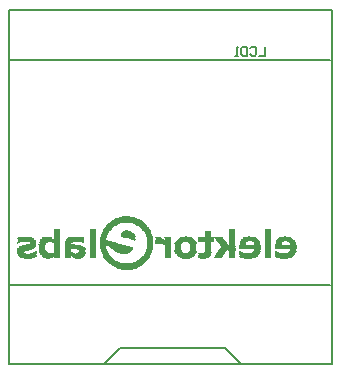
<source format=gbo>
G04 Layer_Color=32896*
%FSLAX24Y24*%
%MOIN*%
G70*
G01*
G75*
%ADD22C,0.0060*%
%ADD25C,0.0050*%
%ADD42C,0.0080*%
%ADD43R,0.0150X0.0011*%
%ADD44R,0.0320X0.0011*%
%ADD45R,0.0420X0.0011*%
%ADD46R,0.0500X0.0011*%
%ADD47R,0.0580X0.0011*%
%ADD48R,0.0640X0.0011*%
%ADD49R,0.0700X0.0011*%
%ADD50R,0.0740X0.0011*%
%ADD51R,0.0800X0.0011*%
%ADD52R,0.0834X0.0011*%
%ADD53R,0.0887X0.0011*%
%ADD54R,0.0918X0.0011*%
%ADD55R,0.0961X0.0011*%
%ADD56R,0.0994X0.0011*%
%ADD57R,0.1025X0.0011*%
%ADD58R,0.1057X0.0011*%
%ADD59R,0.1090X0.0011*%
%ADD60R,0.1111X0.0011*%
%ADD61R,0.0452X0.0011*%
%ADD62R,0.0450X0.0011*%
%ADD63R,0.0404X0.0011*%
%ADD64R,0.0385X0.0011*%
%ADD65R,0.0380X0.0011*%
%ADD66R,0.0357X0.0011*%
%ADD67R,0.0370X0.0011*%
%ADD68R,0.0359X0.0011*%
%ADD69R,0.0340X0.0011*%
%ADD70R,0.0341X0.0011*%
%ADD71R,0.0330X0.0011*%
%ADD72R,0.0311X0.0011*%
%ADD73R,0.0320X0.0011*%
%ADD74R,0.0312X0.0011*%
%ADD75R,0.0300X0.0011*%
%ADD76R,0.0304X0.0011*%
%ADD77R,0.0300X0.0011*%
%ADD78R,0.0295X0.0011*%
%ADD79R,0.0287X0.0011*%
%ADD80R,0.0290X0.0011*%
%ADD81R,0.0274X0.0011*%
%ADD82R,0.0280X0.0011*%
%ADD83R,0.0274X0.0011*%
%ADD84R,0.0270X0.0011*%
%ADD85R,0.0263X0.0011*%
%ADD86R,0.0260X0.0011*%
%ADD87R,0.0251X0.0011*%
%ADD88R,0.0260X0.0011*%
%ADD89R,0.0114X0.0011*%
%ADD90R,0.0114X0.0011*%
%ADD91R,0.0148X0.0011*%
%ADD92R,0.0251X0.0011*%
%ADD93R,0.0250X0.0011*%
%ADD94R,0.0090X0.0011*%
%ADD95R,0.0120X0.0011*%
%ADD96R,0.0285X0.0011*%
%ADD97R,0.0217X0.0011*%
%ADD98R,0.0263X0.0011*%
%ADD99R,0.0190X0.0011*%
%ADD100R,0.0160X0.0011*%
%ADD101R,0.0388X0.0011*%
%ADD102R,0.0217X0.0011*%
%ADD103R,0.0263X0.0011*%
%ADD104R,0.0308X0.0011*%
%ADD105R,0.0331X0.0011*%
%ADD106R,0.0240X0.0011*%
%ADD107R,0.0220X0.0011*%
%ADD108R,0.0240X0.0011*%
%ADD109R,0.0200X0.0011*%
%ADD110R,0.0370X0.0011*%
%ADD111R,0.0457X0.0011*%
%ADD112R,0.0445X0.0011*%
%ADD113R,0.0331X0.0011*%
%ADD114R,0.0388X0.0011*%
%ADD115R,0.0240X0.0011*%
%ADD116R,0.0220X0.0011*%
%ADD117R,0.0460X0.0011*%
%ADD118R,0.0514X0.0011*%
%ADD119R,0.0514X0.0011*%
%ADD120R,0.0343X0.0011*%
%ADD121R,0.0422X0.0011*%
%ADD122R,0.0240X0.0011*%
%ADD123R,0.0330X0.0011*%
%ADD124R,0.0559X0.0011*%
%ADD125R,0.0559X0.0011*%
%ADD126R,0.0263X0.0011*%
%ADD127R,0.0365X0.0011*%
%ADD128R,0.0468X0.0011*%
%ADD129R,0.0240X0.0011*%
%ADD130R,0.0350X0.0011*%
%ADD131R,0.0570X0.0011*%
%ADD132R,0.0530X0.0011*%
%ADD133R,0.0571X0.0011*%
%ADD134R,0.0377X0.0011*%
%ADD135R,0.0491X0.0011*%
%ADD136R,0.0240X0.0011*%
%ADD137R,0.0390X0.0011*%
%ADD138R,0.0580X0.0011*%
%ADD139R,0.0560X0.0011*%
%ADD140R,0.0594X0.0011*%
%ADD141R,0.0594X0.0011*%
%ADD142R,0.0537X0.0011*%
%ADD143R,0.0228X0.0011*%
%ADD144R,0.0410X0.0011*%
%ADD145R,0.0590X0.0011*%
%ADD146R,0.0570X0.0011*%
%ADD147R,0.0605X0.0011*%
%ADD148R,0.0228X0.0011*%
%ADD149R,0.0230X0.0011*%
%ADD150R,0.0640X0.0011*%
%ADD151R,0.0610X0.0011*%
%ADD152R,0.0617X0.0011*%
%ADD153R,0.0400X0.0011*%
%ADD154R,0.0582X0.0011*%
%ADD155R,0.0228X0.0011*%
%ADD156R,0.0230X0.0011*%
%ADD157R,0.0650X0.0011*%
%ADD158R,0.0610X0.0011*%
%ADD159R,0.0628X0.0011*%
%ADD160R,0.0628X0.0011*%
%ADD161R,0.0605X0.0011*%
%ADD162R,0.0670X0.0011*%
%ADD163R,0.0630X0.0011*%
%ADD164R,0.0600X0.0011*%
%ADD165R,0.0639X0.0011*%
%ADD166R,0.0651X0.0011*%
%ADD167R,0.0411X0.0011*%
%ADD168R,0.0628X0.0011*%
%ADD169R,0.0228X0.0011*%
%ADD170R,0.0210X0.0011*%
%ADD171R,0.0680X0.0011*%
%ADD172R,0.0650X0.0011*%
%ADD173R,0.0662X0.0011*%
%ADD174R,0.0651X0.0011*%
%ADD175R,0.0411X0.0011*%
%ADD176R,0.0308X0.0011*%
%ADD177R,0.0308X0.0011*%
%ADD178R,0.0320X0.0011*%
%ADD179R,0.0194X0.0011*%
%ADD180R,0.0046X0.0011*%
%ADD181R,0.0140X0.0011*%
%ADD182R,0.0210X0.0011*%
%ADD183R,0.0280X0.0011*%
%ADD184R,0.0180X0.0011*%
%ADD185R,0.0285X0.0011*%
%ADD186R,0.0148X0.0011*%
%ADD187R,0.0023X0.0011*%
%ADD188R,0.0250X0.0011*%
%ADD189R,0.0140X0.0011*%
%ADD190R,0.0206X0.0011*%
%ADD191R,0.0310X0.0011*%
%ADD192R,0.0110X0.0011*%
%ADD193R,0.0091X0.0011*%
%ADD194R,0.0091X0.0011*%
%ADD195R,0.0069X0.0011*%
%ADD196R,0.0069X0.0011*%
%ADD197R,0.0206X0.0011*%
%ADD198R,0.0410X0.0011*%
%ADD199R,0.0060X0.0011*%
%ADD200R,0.0046X0.0011*%
%ADD201R,0.0040X0.0011*%
%ADD202R,0.0023X0.0011*%
%ADD203R,0.0034X0.0011*%
%ADD204R,0.0490X0.0011*%
%ADD205R,0.0030X0.0011*%
%ADD206R,0.0206X0.0011*%
%ADD207R,0.0510X0.0011*%
%ADD208R,0.0550X0.0011*%
%ADD209R,0.0400X0.0011*%
%ADD210R,0.0217X0.0011*%
%ADD211R,0.0620X0.0011*%
%ADD212R,0.0217X0.0011*%
%ADD213R,0.0525X0.0011*%
%ADD214R,0.0670X0.0011*%
%ADD215R,0.0190X0.0011*%
%ADD216R,0.0270X0.0011*%
%ADD217R,0.0500X0.0011*%
%ADD218R,0.0708X0.0011*%
%ADD219R,0.0719X0.0011*%
%ADD220R,0.0680X0.0011*%
%ADD221R,0.0200X0.0011*%
%ADD222R,0.0520X0.0011*%
%ADD223R,0.0719X0.0011*%
%ADD224R,0.0194X0.0011*%
%ADD225R,0.0719X0.0011*%
%ADD226R,0.0719X0.0011*%
%ADD227R,0.0502X0.0011*%
%ADD228R,0.0720X0.0011*%
%ADD229R,0.0550X0.0011*%
%ADD230R,0.0740X0.0011*%
%ADD231R,0.0480X0.0011*%
%ADD232R,0.0710X0.0011*%
%ADD233R,0.0468X0.0011*%
%ADD234R,0.0530X0.0011*%
%ADD235R,0.0194X0.0011*%
%ADD236R,0.0620X0.0011*%
%ADD237R,0.0490X0.0011*%
%ADD238R,0.0470X0.0011*%
%ADD239R,0.0540X0.0011*%
%ADD240R,0.0480X0.0011*%
%ADD241R,0.0430X0.0011*%
%ADD242R,0.0360X0.0011*%
%ADD243R,0.0206X0.0011*%
%ADD244R,0.0690X0.0011*%
%ADD245R,0.0011X0.0011*%
%ADD246R,0.0502X0.0011*%
%ADD247R,0.0050X0.0011*%
%ADD248R,0.0480X0.0011*%
%ADD249R,0.0030X0.0011*%
%ADD250R,0.0080X0.0011*%
%ADD251R,0.0440X0.0011*%
%ADD252R,0.0070X0.0011*%
%ADD253R,0.0100X0.0011*%
%ADD254R,0.0400X0.0011*%
%ADD255R,0.0514X0.0011*%
%ADD256R,0.0274X0.0011*%
%ADD257R,0.0150X0.0011*%
%ADD258R,0.0160X0.0011*%
%ADD259R,0.0240X0.0021*%
%ADD260R,0.0251X0.0021*%
%ADD261R,0.0217X0.0021*%
%ADD262R,0.0240X0.0021*%
%ADD263R,0.0514X0.0021*%
%ADD264R,0.0628X0.0021*%
%ADD265R,0.0502X0.0021*%
%ADD266R,0.0206X0.0021*%
%ADD267R,0.0310X0.0021*%
%ADD268R,0.0220X0.0021*%
%ADD269R,0.0610X0.0021*%
%ADD270R,0.0670X0.0021*%
%ADD271R,0.0240X0.0021*%
%ADD272R,0.0274X0.0010*%
%ADD273R,0.0285X0.0010*%
%ADD274R,0.0217X0.0010*%
%ADD275R,0.0251X0.0010*%
%ADD276R,0.0514X0.0010*%
%ADD277R,0.0628X0.0010*%
%ADD278R,0.0502X0.0010*%
%ADD279R,0.0206X0.0010*%
%ADD280R,0.0270X0.0010*%
%ADD281R,0.0220X0.0010*%
%ADD282R,0.0590X0.0010*%
%ADD283R,0.0670X0.0010*%
%ADD284R,0.0580X0.0010*%
%ADD285R,0.0594X0.0010*%
%ADD286R,0.0605X0.0010*%
%ADD287R,0.0194X0.0010*%
%ADD288R,0.0230X0.0010*%
%ADD289R,0.0660X0.0010*%
%ADD290R,0.0582X0.0010*%
%ADD291R,0.0582X0.0010*%
%ADD292R,0.0010X0.0010*%
%ADD293R,0.0200X0.0010*%
%ADD294R,0.0650X0.0010*%
%ADD295R,0.0570X0.0010*%
%ADD296R,0.0559X0.0010*%
%ADD297R,0.0559X0.0010*%
%ADD298R,0.0263X0.0010*%
%ADD299R,0.0050X0.0010*%
%ADD300R,0.0560X0.0010*%
%ADD301R,0.0537X0.0010*%
%ADD302R,0.0548X0.0010*%
%ADD303R,0.0537X0.0010*%
%ADD304R,0.0100X0.0010*%
%ADD305R,0.0640X0.0010*%
%ADD306R,0.0550X0.0010*%
%ADD307R,0.0514X0.0010*%
%ADD308R,0.0228X0.0010*%
%ADD309R,0.0150X0.0010*%
%ADD310R,0.0190X0.0010*%
%ADD311R,0.0400X0.0010*%
%ADD312R,0.0530X0.0010*%
%ADD313R,0.0480X0.0020*%
%ADD314R,0.0217X0.0020*%
%ADD315R,0.0480X0.0020*%
%ADD316R,0.0251X0.0020*%
%ADD317R,0.0514X0.0020*%
%ADD318R,0.0491X0.0020*%
%ADD319R,0.0206X0.0020*%
%ADD320R,0.0190X0.0020*%
%ADD321R,0.0220X0.0020*%
%ADD322R,0.0550X0.0020*%
%ADD323R,0.0360X0.0020*%
%ADD324R,0.0510X0.0020*%
%ADD325R,0.0457X0.0010*%
%ADD326R,0.0445X0.0010*%
%ADD327R,0.0540X0.0010*%
%ADD328R,0.0340X0.0010*%
%ADD329R,0.0500X0.0010*%
%ADD330R,0.0411X0.0010*%
%ADD331R,0.0411X0.0010*%
%ADD332R,0.0422X0.0010*%
%ADD333R,0.0171X0.0010*%
%ADD334R,0.0194X0.0010*%
%ADD335R,0.0510X0.0010*%
%ADD336R,0.0310X0.0010*%
%ADD337R,0.0470X0.0010*%
%ADD338R,0.0365X0.0010*%
%ADD339R,0.0377X0.0010*%
%ADD340R,0.0263X0.0010*%
%ADD341R,0.0148X0.0010*%
%ADD342R,0.0320X0.0010*%
%ADD343R,0.0490X0.0010*%
%ADD344R,0.0260X0.0010*%
%ADD345R,0.0410X0.0010*%
%ADD346R,0.0308X0.0010*%
%ADD347R,0.0251X0.0010*%
%ADD348R,0.0308X0.0010*%
%ADD349R,0.0103X0.0010*%
%ADD350R,0.0360X0.0010*%
%ADD351R,0.0330X0.0010*%
%ADD352R,0.0240X0.0010*%
%ADD353R,0.0210X0.0010*%
%ADD354R,0.0300X0.0010*%
%ADD355R,0.0160X0.0010*%
%ADD356R,0.0240X0.0010*%
%ADD357R,0.0057X0.0010*%
%ADD358R,0.0440X0.0010*%
%ADD359R,0.0480X0.0020*%
%ADD360R,0.0210X0.0020*%
%ADD361R,0.0480X0.0010*%
%ADD362R,0.0206X0.0010*%
%ADD363R,0.0460X0.0010*%
%ADD364R,0.0450X0.0010*%
%ADD365R,0.0420X0.0010*%
%ADD366R,0.0420X0.0020*%
%ADD367R,0.0380X0.0010*%
%ADD368R,0.0280X0.0010*%
%ADD369R,0.0228X0.0020*%
%ADD370R,0.0240X0.0020*%
%ADD371R,0.0230X0.0020*%
%ADD372R,0.0180X0.0010*%
%ADD373R,0.0228X0.0010*%
%ADD374R,0.0240X0.0010*%
%ADD375R,0.0240X0.0020*%
%ADD376R,0.0250X0.0020*%
%ADD377R,0.0250X0.0010*%
%ADD378R,0.0285X0.0020*%
%ADD379R,0.0280X0.0020*%
%ADD380R,0.0287X0.0010*%
%ADD381R,0.0290X0.0010*%
%ADD382R,0.0305X0.0010*%
%ADD383R,0.0304X0.0010*%
%ADD384R,0.0312X0.0010*%
%ADD385R,0.0321X0.0010*%
%ADD386R,0.0339X0.0010*%
%ADD387R,0.0348X0.0020*%
%ADD388R,0.0350X0.0020*%
%ADD389R,0.0367X0.0010*%
%ADD390R,0.0370X0.0010*%
%ADD391R,0.0395X0.0010*%
%ADD392R,0.0390X0.0010*%
%ADD393R,0.0424X0.0010*%
%ADD394R,0.0472X0.0010*%
%ADD395R,0.1111X0.0010*%
%ADD396R,0.1078X0.0010*%
%ADD397R,0.1047X0.0020*%
%ADD398R,0.1014X0.0010*%
%ADD399R,0.0982X0.0010*%
%ADD400R,0.0940X0.0010*%
%ADD401R,0.0908X0.0010*%
%ADD402R,0.0875X0.0010*%
%ADD403R,0.0823X0.0010*%
%ADD404R,0.0770X0.0020*%
%ADD405R,0.0730X0.0010*%
%ADD406R,0.0610X0.0010*%
%ADD407R,0.0270X0.0020*%
D22*
X45278Y39001D02*
Y38701D01*
X45078D01*
X44779Y38951D02*
X44829Y39001D01*
X44928D01*
X44978Y38951D01*
Y38751D01*
X44928Y38701D01*
X44829D01*
X44779Y38751D01*
X44679Y39001D02*
Y38701D01*
X44529D01*
X44479Y38751D01*
Y38951D01*
X44529Y39001D01*
X44679D01*
X44379Y38701D02*
X44279D01*
X44329D01*
Y39001D01*
X44379Y38951D01*
D25*
X36750Y31077D02*
X47450D01*
X36750Y38557D02*
X47450D01*
X43950Y28978D02*
X44450Y28478D01*
X40450Y28978D02*
X43950D01*
X39950Y28478D02*
X40450Y28978D01*
D42*
X36750Y40246D02*
X47498D01*
X36750Y28435D02*
Y40246D01*
Y28435D02*
X47498D01*
Y40246D01*
D43*
X40663Y31557D02*
D03*
D44*
X40658Y31569D02*
D03*
D45*
X40658Y31580D02*
D03*
X40278Y31774D02*
D03*
X37428Y32368D02*
D03*
D46*
X40658Y31591D02*
D03*
X37378Y31980D02*
D03*
X37258Y32231D02*
D03*
D47*
X40658Y31603D02*
D03*
X37358Y32025D02*
D03*
X40278Y32379D02*
D03*
D48*
X40658Y31614D02*
D03*
X38118Y32059D02*
D03*
X38928Y32288D02*
D03*
X40408Y32333D02*
D03*
D49*
X40658Y31626D02*
D03*
X40518Y32265D02*
D03*
D50*
X40658Y31637D02*
D03*
D51*
X40658Y31648D02*
D03*
D52*
X40665Y31660D02*
D03*
D53*
X40662Y31671D02*
D03*
D54*
X40657Y31683D02*
D03*
D55*
X40659Y31694D02*
D03*
D56*
X40665Y31706D02*
D03*
D57*
X40661Y31717D02*
D03*
D58*
X40657Y31728D02*
D03*
D59*
X40663Y31740D02*
D03*
D60*
X40664Y31751D02*
D03*
D61*
X41004Y31763D02*
D03*
D62*
X40313Y31763D02*
D03*
X40553Y32151D02*
D03*
D63*
X41040Y31774D02*
D03*
D64*
X41061Y31785D02*
D03*
D65*
X40248D02*
D03*
D66*
X41087Y31797D02*
D03*
D67*
X40233Y31797D02*
D03*
X40563Y32128D02*
D03*
X39073Y32265D02*
D03*
D68*
X41108Y31808D02*
D03*
D69*
X40208D02*
D03*
X37178Y32196D02*
D03*
D70*
X41129Y31820D02*
D03*
D71*
X40193Y31820D02*
D03*
D72*
X41144Y31831D02*
D03*
D73*
X40178Y31831D02*
D03*
X38768Y32082D02*
D03*
D74*
X41154Y31843D02*
D03*
D75*
X40158Y31843D02*
D03*
X40128Y31865D02*
D03*
X39138Y32082D02*
D03*
X38288Y32482D02*
D03*
D76*
X41170Y31854D02*
D03*
D77*
X40138D02*
D03*
X38768Y32493D02*
D03*
D78*
X41186Y31865D02*
D03*
D79*
X41202Y31877D02*
D03*
D80*
X40113Y31877D02*
D03*
X37373Y31945D02*
D03*
X39053Y31968D02*
D03*
X38043D02*
D03*
X37153Y32185D02*
D03*
X37903Y32482D02*
D03*
D81*
X41219Y31888D02*
D03*
X42441Y32493D02*
D03*
D82*
X40108Y31888D02*
D03*
X37908Y32105D02*
D03*
D83*
X41231Y31900D02*
D03*
D84*
X40093Y31900D02*
D03*
X37163Y32082D02*
D03*
X37893Y32470D02*
D03*
D85*
X41236Y31911D02*
D03*
X43737Y32014D02*
D03*
X42823Y32094D02*
D03*
X42435Y32094D02*
D03*
X44970Y32117D02*
D03*
X44981Y32128D02*
D03*
X44159Y32231D02*
D03*
X42424Y32482D02*
D03*
D86*
X40078Y31911D02*
D03*
X37898Y32117D02*
D03*
X37508Y32402D02*
D03*
X38308Y32470D02*
D03*
X38748Y32482D02*
D03*
D87*
X41253Y31922D02*
D03*
X43742Y32025D02*
D03*
X43777Y32071D02*
D03*
X43800Y32105D02*
D03*
X42418D02*
D03*
X44987Y32139D02*
D03*
X43822D02*
D03*
X43845Y32174D02*
D03*
X43868Y32208D02*
D03*
X43879Y32425D02*
D03*
X42852Y32459D02*
D03*
X42407D02*
D03*
X43822Y32493D02*
D03*
D88*
X40068Y31922D02*
D03*
X40038Y31957D02*
D03*
X37138Y32174D02*
D03*
D89*
X45900Y31934D02*
D03*
X45672Y32117D02*
D03*
X44485D02*
D03*
D90*
X44713Y31934D02*
D03*
D91*
X42629Y31934D02*
D03*
D92*
X41265D02*
D03*
X41276Y31945D02*
D03*
X43708Y31968D02*
D03*
X41288D02*
D03*
X43731Y32002D02*
D03*
X43754Y32037D02*
D03*
X43765Y32048D02*
D03*
Y32059D02*
D03*
X43788Y32082D02*
D03*
Y32094D02*
D03*
X43811Y32117D02*
D03*
X46174Y32128D02*
D03*
X43811D02*
D03*
X43834Y32162D02*
D03*
X43857Y32196D02*
D03*
X44165Y32219D02*
D03*
X43879Y32231D02*
D03*
X43937Y32356D02*
D03*
X43891Y32413D02*
D03*
X43845Y32470D02*
D03*
X42840D02*
D03*
X42418D02*
D03*
X43834Y32482D02*
D03*
D93*
X40063Y31934D02*
D03*
X40053Y31945D02*
D03*
X39163Y32094D02*
D03*
X37893Y32128D02*
D03*
X39163Y32231D02*
D03*
X37873Y32448D02*
D03*
X38733Y32470D02*
D03*
D94*
X39053Y31934D02*
D03*
X37603Y32128D02*
D03*
D95*
X37368Y31934D02*
D03*
X37098Y32482D02*
D03*
D96*
X45906Y31945D02*
D03*
X44719D02*
D03*
D97*
X43212D02*
D03*
X45369Y31968D02*
D03*
X44182D02*
D03*
X42024D02*
D03*
X45369Y31980D02*
D03*
X44182D02*
D03*
X42024D02*
D03*
X45369Y32002D02*
D03*
X44182D02*
D03*
X42024D02*
D03*
X45369Y32014D02*
D03*
X44182D02*
D03*
X42024D02*
D03*
X45369Y32037D02*
D03*
X44182D02*
D03*
X42024D02*
D03*
X45369Y32048D02*
D03*
X44182D02*
D03*
X42024D02*
D03*
X45369Y32059D02*
D03*
X44182D02*
D03*
X42024D02*
D03*
X41351D02*
D03*
X45369Y32082D02*
D03*
X44182D02*
D03*
X42024D02*
D03*
X41362D02*
D03*
X45369Y32094D02*
D03*
X44182D02*
D03*
X42024D02*
D03*
X45369Y32117D02*
D03*
X44182D02*
D03*
X42024D02*
D03*
X45369Y32128D02*
D03*
X44182D02*
D03*
X42024D02*
D03*
X41385D02*
D03*
X45369Y32151D02*
D03*
X44182D02*
D03*
X42024D02*
D03*
X41396D02*
D03*
X45369Y32162D02*
D03*
X44182D02*
D03*
X42024D02*
D03*
X41396D02*
D03*
X45369Y32185D02*
D03*
X42024D02*
D03*
X41408D02*
D03*
X45369Y32196D02*
D03*
X42024D02*
D03*
X45369Y32219D02*
D03*
X43371D02*
D03*
X42024D02*
D03*
X45369Y32231D02*
D03*
X45027D02*
D03*
X43371D02*
D03*
X42024D02*
D03*
X45369Y32254D02*
D03*
X43371D02*
D03*
X42024D02*
D03*
X45369Y32265D02*
D03*
X43371D02*
D03*
X42024D02*
D03*
X45369Y32288D02*
D03*
X43371D02*
D03*
X42024D02*
D03*
X45369Y32299D02*
D03*
X43371D02*
D03*
X42024D02*
D03*
X45369Y32322D02*
D03*
X43371D02*
D03*
X42024D02*
D03*
X45369Y32333D02*
D03*
X43371D02*
D03*
X42024D02*
D03*
X45369Y32356D02*
D03*
X44182D02*
D03*
X43371D02*
D03*
X42024D02*
D03*
X45369Y32368D02*
D03*
X44182D02*
D03*
X43371D02*
D03*
X42024D02*
D03*
X45369Y32391D02*
D03*
X44525D02*
D03*
X44182D02*
D03*
X43371D02*
D03*
X42024D02*
D03*
X45369Y32402D02*
D03*
X44525D02*
D03*
X44182D02*
D03*
X43371D02*
D03*
X42024D02*
D03*
X45723Y32413D02*
D03*
X45369D02*
D03*
X45015D02*
D03*
X44182D02*
D03*
X43371D02*
D03*
X45723Y32436D02*
D03*
X45369D02*
D03*
X44536D02*
D03*
X44182D02*
D03*
X43371D02*
D03*
X45723Y32448D02*
D03*
X45369D02*
D03*
X45004D02*
D03*
X44536D02*
D03*
X44182D02*
D03*
X43371D02*
D03*
X45369Y32470D02*
D03*
X44993D02*
D03*
X44547D02*
D03*
X44182D02*
D03*
X43371D02*
D03*
X46169Y32482D02*
D03*
X45369D02*
D03*
X44981D02*
D03*
X44182D02*
D03*
D98*
X42629Y31945D02*
D03*
X43714Y31980D02*
D03*
X43337Y32094D02*
D03*
X46157Y32117D02*
D03*
X42835Y32482D02*
D03*
D99*
X39053Y31945D02*
D03*
X39883Y32288D02*
D03*
Y32299D02*
D03*
X39873Y32356D02*
D03*
Y32368D02*
D03*
D100*
X38038Y31945D02*
D03*
D101*
X45900Y31957D02*
D03*
X44713D02*
D03*
X43252Y32025D02*
D03*
D102*
X45369Y31957D02*
D03*
X44182D02*
D03*
X42024D02*
D03*
X45369Y31991D02*
D03*
X44182D02*
D03*
X42024D02*
D03*
X45369Y32025D02*
D03*
X44182D02*
D03*
X42024D02*
D03*
X45369Y32071D02*
D03*
X44182D02*
D03*
X42024D02*
D03*
X45369Y32105D02*
D03*
X44182D02*
D03*
X42024D02*
D03*
X41373D02*
D03*
X45369Y32139D02*
D03*
X44182D02*
D03*
X42024D02*
D03*
X45369Y32174D02*
D03*
X44182D02*
D03*
X42024D02*
D03*
X45369Y32208D02*
D03*
X43371D02*
D03*
X42024D02*
D03*
X45369Y32242D02*
D03*
X45027D02*
D03*
X43371D02*
D03*
X42024D02*
D03*
X45369Y32276D02*
D03*
X43371D02*
D03*
X42024D02*
D03*
X45369Y32311D02*
D03*
X43371D02*
D03*
X42024D02*
D03*
X45369Y32345D02*
D03*
X44182D02*
D03*
X43371D02*
D03*
X42024D02*
D03*
X45369Y32379D02*
D03*
X44182D02*
D03*
X43371D02*
D03*
X42024D02*
D03*
X46203Y32425D02*
D03*
X45723D02*
D03*
X45369D02*
D03*
X44536D02*
D03*
X44182D02*
D03*
X43371D02*
D03*
X46191Y32459D02*
D03*
X45735D02*
D03*
X45369D02*
D03*
X44547D02*
D03*
X44182D02*
D03*
X43371D02*
D03*
X45369Y32493D02*
D03*
X44182D02*
D03*
D103*
X43702Y31957D02*
D03*
D104*
X43212Y31957D02*
D03*
D105*
X42629Y31957D02*
D03*
D106*
X41282D02*
D03*
X42869Y32425D02*
D03*
D107*
X39528Y31957D02*
D03*
X38718D02*
D03*
X39528Y31991D02*
D03*
X38718D02*
D03*
X39528Y32025D02*
D03*
X39528Y32071D02*
D03*
X39938Y32105D02*
D03*
X39528D02*
D03*
X39928Y32139D02*
D03*
X39528D02*
D03*
X38718D02*
D03*
X38328D02*
D03*
X37118D02*
D03*
X39918Y32174D02*
D03*
X39528D02*
D03*
X38718D02*
D03*
X38328D02*
D03*
X39528Y32208D02*
D03*
X38718D02*
D03*
X38328D02*
D03*
X39528Y32242D02*
D03*
X38718D02*
D03*
X38328D02*
D03*
X39528Y32276D02*
D03*
X38328D02*
D03*
X39528Y32311D02*
D03*
X38328D02*
D03*
X39528Y32345D02*
D03*
X38328D02*
D03*
X39528Y32379D02*
D03*
X38328D02*
D03*
X39528Y32425D02*
D03*
X38718D02*
D03*
X38328D02*
D03*
X39528Y32459D02*
D03*
Y32493D02*
D03*
D108*
X39048Y31957D02*
D03*
X38048D02*
D03*
X40008Y31991D02*
D03*
X40568Y32105D02*
D03*
X39168D02*
D03*
X37128D02*
D03*
X38728Y32459D02*
D03*
X38318D02*
D03*
D109*
X38338Y31957D02*
D03*
X39888Y32276D02*
D03*
X39878Y32311D02*
D03*
Y32345D02*
D03*
D110*
X37373Y31957D02*
D03*
D111*
X45900Y31968D02*
D03*
D112*
X44707D02*
D03*
D113*
X43223D02*
D03*
D114*
X42635D02*
D03*
D115*
X40028Y31968D02*
D03*
X40018Y31980D02*
D03*
X40008Y32002D02*
D03*
X39998Y32014D02*
D03*
X37148Y32094D02*
D03*
X39178Y32117D02*
D03*
X38728D02*
D03*
X37878Y32151D02*
D03*
X39168Y32219D02*
D03*
X37848Y32402D02*
D03*
X37518Y32413D02*
D03*
Y32482D02*
D03*
D116*
X39528Y31968D02*
D03*
X38718D02*
D03*
X38328D02*
D03*
X39528Y31980D02*
D03*
X38718D02*
D03*
X38328D02*
D03*
X39528Y32002D02*
D03*
X38718D02*
D03*
X39528Y32014D02*
D03*
X38718D02*
D03*
X39528Y32037D02*
D03*
Y32048D02*
D03*
Y32059D02*
D03*
X39958Y32082D02*
D03*
X39528D02*
D03*
X37538D02*
D03*
X39528Y32094D02*
D03*
X39938Y32117D02*
D03*
X39528D02*
D03*
X38328D02*
D03*
X39528Y32128D02*
D03*
X38718D02*
D03*
X38328D02*
D03*
X37118D02*
D03*
X39528Y32151D02*
D03*
X38718D02*
D03*
X38328D02*
D03*
X39528Y32162D02*
D03*
X38718D02*
D03*
X38328D02*
D03*
X39528Y32185D02*
D03*
X39178D02*
D03*
X38718D02*
D03*
X38328D02*
D03*
X37858D02*
D03*
X39528Y32196D02*
D03*
X39178D02*
D03*
X38718D02*
D03*
X38328D02*
D03*
X37858D02*
D03*
X39528Y32219D02*
D03*
X38718D02*
D03*
X38328D02*
D03*
X39528Y32231D02*
D03*
X38718D02*
D03*
X38328D02*
D03*
X39528Y32254D02*
D03*
X38718D02*
D03*
X38328D02*
D03*
X39528Y32265D02*
D03*
X38718D02*
D03*
X38328D02*
D03*
X39528Y32288D02*
D03*
X38328D02*
D03*
X37838D02*
D03*
X39528Y32299D02*
D03*
X38328D02*
D03*
X37838D02*
D03*
X39528Y32322D02*
D03*
X38328D02*
D03*
X39528Y32333D02*
D03*
X38328D02*
D03*
X39528Y32356D02*
D03*
X38328D02*
D03*
X39528Y32368D02*
D03*
X38328D02*
D03*
X39528Y32391D02*
D03*
X38328D02*
D03*
X39528Y32402D02*
D03*
X38718D02*
D03*
X38328D02*
D03*
X39528Y32413D02*
D03*
X38718D02*
D03*
X38328D02*
D03*
X37858D02*
D03*
X39528Y32436D02*
D03*
X38718D02*
D03*
X38328D02*
D03*
X39528Y32448D02*
D03*
X38328D02*
D03*
X39528Y32470D02*
D03*
Y32482D02*
D03*
D117*
X37378Y31968D02*
D03*
X37238Y32219D02*
D03*
D118*
X45895Y31980D02*
D03*
D119*
X44707Y31980D02*
D03*
X44034Y32254D02*
D03*
Y32265D02*
D03*
D120*
X43229Y31980D02*
D03*
D121*
X42629Y31980D02*
D03*
D122*
X41293Y31980D02*
D03*
X43360Y32117D02*
D03*
X42846Y32117D02*
D03*
X43360Y32128D02*
D03*
X42858D02*
D03*
X42401Y32128D02*
D03*
X46191Y32151D02*
D03*
Y32162D02*
D03*
X45004Y32162D02*
D03*
X42389Y32162D02*
D03*
X43851Y32185D02*
D03*
X44171Y32196D02*
D03*
X43874Y32219D02*
D03*
X43908Y32391D02*
D03*
X42013Y32413D02*
D03*
X43874Y32436D02*
D03*
X42858Y32448D02*
D03*
X42401Y32448D02*
D03*
D123*
X39053Y31980D02*
D03*
X38043D02*
D03*
X37943Y32094D02*
D03*
X38773Y32391D02*
D03*
D124*
X45895Y31991D02*
D03*
D125*
X44707Y31991D02*
D03*
X42629Y32025D02*
D03*
D126*
X43725Y31991D02*
D03*
X42835Y32105D02*
D03*
D127*
X43240Y31991D02*
D03*
D128*
X42629D02*
D03*
D129*
X41305Y31991D02*
D03*
X43349Y32105D02*
D03*
X46180Y32139D02*
D03*
X42858Y32139D02*
D03*
X42401Y32139D02*
D03*
X44171Y32208D02*
D03*
X43942Y32345D02*
D03*
X43919Y32379D02*
D03*
X42389Y32425D02*
D03*
X43851Y32459D02*
D03*
X45758Y32493D02*
D03*
D130*
X39053Y31991D02*
D03*
X39953Y32493D02*
D03*
D131*
X38153Y31991D02*
D03*
D132*
X37383D02*
D03*
D133*
X45900Y32002D02*
D03*
X44713D02*
D03*
D134*
X43246Y32002D02*
D03*
Y32014D02*
D03*
D135*
X42629Y32002D02*
D03*
X44045Y32288D02*
D03*
Y32299D02*
D03*
D136*
X41316Y32002D02*
D03*
X42412Y32117D02*
D03*
X44993Y32151D02*
D03*
X43828D02*
D03*
X42869Y32162D02*
D03*
X42378Y32196D02*
D03*
X43931Y32368D02*
D03*
X43897Y32402D02*
D03*
X43862Y32448D02*
D03*
D137*
X39043Y32002D02*
D03*
D138*
X38148D02*
D03*
D139*
X37368D02*
D03*
D140*
X45912Y32014D02*
D03*
D141*
X44724Y32014D02*
D03*
D142*
X42629Y32014D02*
D03*
D143*
X41322D02*
D03*
X41345Y32048D02*
D03*
X43366Y32151D02*
D03*
X42863D02*
D03*
X43366Y32162D02*
D03*
X44176Y32185D02*
D03*
X43366D02*
D03*
X42875Y32185D02*
D03*
X42384Y32185D02*
D03*
X45021Y32196D02*
D03*
X43366D02*
D03*
X42875Y32196D02*
D03*
X45021Y32219D02*
D03*
X42372Y32219D02*
D03*
Y32231D02*
D03*
Y32254D02*
D03*
Y32265D02*
D03*
Y32288D02*
D03*
Y32299D02*
D03*
Y32322D02*
D03*
Y32333D02*
D03*
Y32356D02*
D03*
Y32368D02*
D03*
X42875Y32391D02*
D03*
X42384Y32391D02*
D03*
X42875Y32402D02*
D03*
X42384Y32402D02*
D03*
X42875Y32413D02*
D03*
X42384Y32413D02*
D03*
X42863Y32436D02*
D03*
X45740Y32470D02*
D03*
Y32482D02*
D03*
X43366Y32482D02*
D03*
D144*
X39043Y32014D02*
D03*
D145*
X38143D02*
D03*
X37353Y32037D02*
D03*
X40353Y32356D02*
D03*
D146*
X37363Y32014D02*
D03*
X40543Y32196D02*
D03*
X38893Y32333D02*
D03*
X40063Y32436D02*
D03*
D147*
X45917Y32025D02*
D03*
X44730D02*
D03*
D148*
X41333Y32025D02*
D03*
X45010Y32174D02*
D03*
X46209Y32208D02*
D03*
X42886D02*
D03*
Y32242D02*
D03*
Y32276D02*
D03*
Y32311D02*
D03*
Y32345D02*
D03*
Y32379D02*
D03*
X44976Y32493D02*
D03*
D149*
X39993Y32025D02*
D03*
X38323Y32105D02*
D03*
X39183Y32139D02*
D03*
Y32174D02*
D03*
X37863D02*
D03*
X39173Y32208D02*
D03*
X37843D02*
D03*
Y32242D02*
D03*
Y32276D02*
D03*
Y32311D02*
D03*
Y32345D02*
D03*
Y32379D02*
D03*
X37863Y32425D02*
D03*
X37523D02*
D03*
D150*
X38928Y32025D02*
D03*
X38928Y32276D02*
D03*
D151*
X38133Y32025D02*
D03*
X37343Y32071D02*
D03*
X40533Y32208D02*
D03*
X38913Y32311D02*
D03*
X40083Y32425D02*
D03*
D152*
X45923Y32037D02*
D03*
X44736D02*
D03*
D153*
X43257D02*
D03*
Y32048D02*
D03*
Y32059D02*
D03*
D154*
X42629Y32037D02*
D03*
D155*
X41333D02*
D03*
X41368Y32094D02*
D03*
X42395Y32151D02*
D03*
X46209Y32185D02*
D03*
X45010D02*
D03*
X46209Y32196D02*
D03*
X42886Y32219D02*
D03*
Y32231D02*
D03*
Y32254D02*
D03*
Y32265D02*
D03*
Y32288D02*
D03*
Y32299D02*
D03*
Y32322D02*
D03*
Y32333D02*
D03*
Y32356D02*
D03*
Y32368D02*
D03*
X42395Y32436D02*
D03*
X44553Y32482D02*
D03*
D156*
X39983Y32037D02*
D03*
Y32048D02*
D03*
X39973Y32059D02*
D03*
X37123Y32117D02*
D03*
X39183Y32128D02*
D03*
Y32151D02*
D03*
X37123D02*
D03*
X39183Y32162D02*
D03*
X37863D02*
D03*
X37123D02*
D03*
X37843Y32219D02*
D03*
Y32231D02*
D03*
Y32254D02*
D03*
Y32265D02*
D03*
Y32322D02*
D03*
Y32333D02*
D03*
Y32356D02*
D03*
Y32368D02*
D03*
Y32391D02*
D03*
X37863Y32436D02*
D03*
X38723Y32448D02*
D03*
X37523Y32470D02*
D03*
D157*
X38933Y32037D02*
D03*
X38113Y32082D02*
D03*
X40523Y32231D02*
D03*
X40103Y32413D02*
D03*
D158*
X38133Y32037D02*
D03*
X37343Y32059D02*
D03*
D159*
X45929Y32048D02*
D03*
D160*
X44741Y32048D02*
D03*
D161*
X42629Y32048D02*
D03*
Y32059D02*
D03*
D162*
X38943Y32048D02*
D03*
Y32059D02*
D03*
X40433Y32322D02*
D03*
D163*
X38123Y32048D02*
D03*
X38923Y32299D02*
D03*
D164*
X37348Y32048D02*
D03*
X38908Y32322D02*
D03*
D165*
X45935Y32059D02*
D03*
X44747D02*
D03*
D166*
X45940Y32071D02*
D03*
X44753D02*
D03*
D167*
X43263Y32071D02*
D03*
D168*
X42629Y32071D02*
D03*
D169*
X41356Y32071D02*
D03*
X43366Y32139D02*
D03*
X46197Y32174D02*
D03*
X43366D02*
D03*
X42875Y32174D02*
D03*
X42384Y32174D02*
D03*
X45021Y32208D02*
D03*
X42372Y32208D02*
D03*
Y32242D02*
D03*
Y32276D02*
D03*
Y32311D02*
D03*
Y32345D02*
D03*
Y32379D02*
D03*
X46163Y32493D02*
D03*
X44564Y32493D02*
D03*
D170*
X39963Y32071D02*
D03*
X39903Y32208D02*
D03*
X37533Y32459D02*
D03*
D171*
X38948Y32071D02*
D03*
D172*
X38113D02*
D03*
D173*
X45946Y32082D02*
D03*
D174*
X44753Y32082D02*
D03*
D175*
X43263Y32082D02*
D03*
D176*
X42801Y32082D02*
D03*
D177*
X42458Y32082D02*
D03*
D178*
X46117Y32094D02*
D03*
X44930D02*
D03*
D179*
X45712Y32094D02*
D03*
X44525D02*
D03*
X41442Y32322D02*
D03*
Y32333D02*
D03*
Y32356D02*
D03*
D180*
X43080Y32094D02*
D03*
D181*
X40578Y32094D02*
D03*
D182*
X39953D02*
D03*
X39933Y32128D02*
D03*
X39923Y32151D02*
D03*
Y32162D02*
D03*
X39913Y32185D02*
D03*
Y32196D02*
D03*
X39903Y32219D02*
D03*
Y32231D02*
D03*
X37533Y32436D02*
D03*
Y32448D02*
D03*
D183*
X38748Y32094D02*
D03*
X38298D02*
D03*
D184*
X37558D02*
D03*
D185*
X46146Y32105D02*
D03*
X44958D02*
D03*
X41990Y32425D02*
D03*
D186*
X45689Y32105D02*
D03*
X44502D02*
D03*
D187*
X43069D02*
D03*
D188*
X38733Y32105D02*
D03*
X37883Y32139D02*
D03*
X37883Y32459D02*
D03*
X37503Y32493D02*
D03*
D189*
X37578Y32105D02*
D03*
D190*
X41379Y32117D02*
D03*
X41413Y32196D02*
D03*
Y32219D02*
D03*
X41425Y32231D02*
D03*
Y32254D02*
D03*
X41436Y32288D02*
D03*
Y32299D02*
D03*
X41448Y32368D02*
D03*
X45021Y32391D02*
D03*
X41448D02*
D03*
X46209Y32402D02*
D03*
X45021Y32402D02*
D03*
X41448D02*
D03*
X46209Y32413D02*
D03*
X44530D02*
D03*
X41448Y32413D02*
D03*
X46197Y32436D02*
D03*
X41448D02*
D03*
X46197Y32448D02*
D03*
X41448D02*
D03*
Y32470D02*
D03*
Y32482D02*
D03*
D191*
X40573Y32117D02*
D03*
X39123Y32254D02*
D03*
X37483Y32391D02*
D03*
D192*
X37593Y32117D02*
D03*
D193*
X45661Y32128D02*
D03*
D194*
X44473Y32128D02*
D03*
D195*
X45649Y32139D02*
D03*
D196*
X44462Y32139D02*
D03*
D197*
X41390D02*
D03*
X41413Y32208D02*
D03*
X41425Y32242D02*
D03*
X41436Y32276D02*
D03*
Y32311D02*
D03*
X41448Y32379D02*
D03*
X41448Y32425D02*
D03*
X44998Y32459D02*
D03*
X41448Y32459D02*
D03*
Y32493D02*
D03*
D198*
X40553Y32139D02*
D03*
D199*
X37618D02*
D03*
D200*
X45638Y32151D02*
D03*
X44450D02*
D03*
D201*
X37628Y32151D02*
D03*
D202*
X45638Y32162D02*
D03*
D203*
X44445Y32162D02*
D03*
D204*
X40543D02*
D03*
D205*
X37633D02*
D03*
X37053Y32436D02*
D03*
D206*
X41402Y32174D02*
D03*
X45010Y32425D02*
D03*
D207*
X40543Y32174D02*
D03*
D208*
X40543Y32185D02*
D03*
X37323Y32288D02*
D03*
X37333Y32299D02*
D03*
D209*
X37208Y32208D02*
D03*
D210*
X46214Y32219D02*
D03*
Y32231D02*
D03*
Y32391D02*
D03*
X46180Y32470D02*
D03*
D211*
X40528Y32219D02*
D03*
D212*
X46214Y32242D02*
D03*
D213*
X44028D02*
D03*
D214*
X40523Y32242D02*
D03*
X38103Y32493D02*
D03*
D215*
X39893Y32242D02*
D03*
X39873Y32379D02*
D03*
D216*
X39143Y32242D02*
D03*
D217*
X37278D02*
D03*
D218*
X45969Y32254D02*
D03*
D219*
X44776Y32254D02*
D03*
Y32265D02*
D03*
Y32288D02*
D03*
Y32299D02*
D03*
Y32322D02*
D03*
Y32333D02*
D03*
Y32356D02*
D03*
Y32368D02*
D03*
D220*
X40518Y32254D02*
D03*
D221*
X39888D02*
D03*
Y32265D02*
D03*
X39878Y32322D02*
D03*
Y32333D02*
D03*
D222*
X37288Y32254D02*
D03*
X37298Y32265D02*
D03*
X37368Y32333D02*
D03*
X40038Y32448D02*
D03*
D223*
X45963Y32265D02*
D03*
Y32288D02*
D03*
Y32299D02*
D03*
Y32322D02*
D03*
Y32333D02*
D03*
Y32356D02*
D03*
Y32368D02*
D03*
D224*
X41430Y32265D02*
D03*
D225*
X45963Y32276D02*
D03*
Y32311D02*
D03*
Y32345D02*
D03*
Y32379D02*
D03*
D226*
X44776Y32276D02*
D03*
Y32311D02*
D03*
Y32345D02*
D03*
Y32379D02*
D03*
D227*
X44039Y32276D02*
D03*
X41881Y32459D02*
D03*
Y32493D02*
D03*
D228*
X40508Y32276D02*
D03*
D229*
X37313D02*
D03*
X37343Y32311D02*
D03*
X38883Y32345D02*
D03*
D230*
X40498Y32288D02*
D03*
X40488Y32299D02*
D03*
X40148Y32391D02*
D03*
D231*
X44051Y32311D02*
D03*
D232*
X40463Y32311D02*
D03*
D233*
X44056Y32322D02*
D03*
Y32333D02*
D03*
D234*
X37353Y32322D02*
D03*
X38873Y32356D02*
D03*
D235*
X41442Y32345D02*
D03*
D236*
X40378Y32345D02*
D03*
D237*
X37383D02*
D03*
D238*
X37403Y32356D02*
D03*
D239*
X40328Y32368D02*
D03*
D240*
X38848D02*
D03*
D241*
X38823Y32379D02*
D03*
D242*
X37458D02*
D03*
D243*
X45718Y32391D02*
D03*
Y32402D02*
D03*
X45010Y32436D02*
D03*
D244*
X40123Y32402D02*
D03*
D245*
X41647Y32425D02*
D03*
D246*
X41881Y32436D02*
D03*
Y32448D02*
D03*
Y32470D02*
D03*
Y32482D02*
D03*
D247*
X37063Y32448D02*
D03*
D248*
X40018Y32459D02*
D03*
D249*
X39213D02*
D03*
D250*
X37078D02*
D03*
D251*
X39998Y32470D02*
D03*
D252*
X39193D02*
D03*
D253*
X37088D02*
D03*
X39178Y32482D02*
D03*
D254*
X39978D02*
D03*
D255*
X43314Y32493D02*
D03*
D256*
X42818Y32493D02*
D03*
D257*
X39153Y32493D02*
D03*
D258*
X37118D02*
D03*
D259*
X46146Y32510D02*
D03*
X43817D02*
D03*
D260*
X45763D02*
D03*
X44576D02*
D03*
D261*
X45369D02*
D03*
X44182D02*
D03*
D262*
X44958D02*
D03*
D263*
X43314D02*
D03*
D264*
X42629D02*
D03*
D265*
X41881Y32510D02*
D03*
D266*
X41448Y32510D02*
D03*
D267*
X39933Y32510D02*
D03*
X37473D02*
D03*
D268*
X39528D02*
D03*
D269*
X38923D02*
D03*
D270*
X38103D02*
D03*
D271*
X37158D02*
D03*
D272*
X46129Y32525D02*
D03*
X44930Y32525D02*
D03*
X41219Y32985D02*
D03*
D273*
X45792Y32525D02*
D03*
X44604D02*
D03*
D274*
X45369D02*
D03*
X44182D02*
D03*
X45369Y32535D02*
D03*
X44182D02*
D03*
X45369Y32545D02*
D03*
X44182D02*
D03*
X45369Y32555D02*
D03*
X44182D02*
D03*
X42024D02*
D03*
X45369Y32565D02*
D03*
X44182D02*
D03*
X42024D02*
D03*
X45369Y32575D02*
D03*
X44182D02*
D03*
X42024D02*
D03*
X45369Y32605D02*
D03*
X44182D02*
D03*
X42024D02*
D03*
X45369Y32615D02*
D03*
X44182D02*
D03*
X42024D02*
D03*
X45369Y32625D02*
D03*
X44182D02*
D03*
X42024D02*
D03*
X45369Y32635D02*
D03*
X44182D02*
D03*
X45369Y32645D02*
D03*
X44182D02*
D03*
X43371D02*
D03*
X45369Y32655D02*
D03*
X44182D02*
D03*
X43371D02*
D03*
X45369Y32685D02*
D03*
X44182D02*
D03*
X43371D02*
D03*
X45369Y32695D02*
D03*
X44182D02*
D03*
X43371D02*
D03*
X45369Y32705D02*
D03*
X44182D02*
D03*
X43371D02*
D03*
X45369Y32715D02*
D03*
X44182D02*
D03*
X43371D02*
D03*
X45369Y32725D02*
D03*
X44182D02*
D03*
X43371D02*
D03*
X41396D02*
D03*
X45369Y32735D02*
D03*
X44182D02*
D03*
X43371D02*
D03*
X45369Y32765D02*
D03*
X44182D02*
D03*
X43371D02*
D03*
X41385D02*
D03*
X45369Y32775D02*
D03*
X44182D02*
D03*
X43371D02*
D03*
X41373D02*
D03*
X45369Y32785D02*
D03*
X44182D02*
D03*
X43371D02*
D03*
X41373D02*
D03*
X45369Y32795D02*
D03*
X44182D02*
D03*
X43371D02*
D03*
X41362D02*
D03*
X45369Y32805D02*
D03*
X44182D02*
D03*
X43371D02*
D03*
X41362D02*
D03*
X45369Y32815D02*
D03*
X44182D02*
D03*
X43371D02*
D03*
X45369Y32845D02*
D03*
X44182D02*
D03*
X45369Y32855D02*
D03*
X44182D02*
D03*
X45369Y32865D02*
D03*
X44182D02*
D03*
X45369Y32875D02*
D03*
X44182D02*
D03*
X45369Y32885D02*
D03*
X44182D02*
D03*
X45369Y32895D02*
D03*
X44182D02*
D03*
D275*
X43811Y32525D02*
D03*
X43800Y32535D02*
D03*
X43788Y32545D02*
D03*
X43777Y32555D02*
D03*
X43765Y32565D02*
D03*
X41756D02*
D03*
X43765Y32575D02*
D03*
X43742Y32605D02*
D03*
X43731Y32615D02*
D03*
X41288Y32925D02*
D03*
X41276Y32935D02*
D03*
X41265Y32945D02*
D03*
D276*
X43314Y32525D02*
D03*
Y32535D02*
D03*
Y32545D02*
D03*
Y32555D02*
D03*
Y32565D02*
D03*
Y32575D02*
D03*
Y32605D02*
D03*
Y32615D02*
D03*
Y32625D02*
D03*
D277*
X42629Y32525D02*
D03*
D278*
X41881Y32525D02*
D03*
Y32535D02*
D03*
Y32545D02*
D03*
X43309Y32635D02*
D03*
D279*
X41448Y32525D02*
D03*
X41436Y32575D02*
D03*
Y32605D02*
D03*
X42018Y32635D02*
D03*
X41425Y32635D02*
D03*
Y32645D02*
D03*
Y32655D02*
D03*
X41413Y32685D02*
D03*
Y32695D02*
D03*
X41390Y32735D02*
D03*
D280*
X39913Y32525D02*
D03*
X40813Y32615D02*
D03*
X40083Y32975D02*
D03*
X40093Y32985D02*
D03*
D281*
X39528Y32525D02*
D03*
Y32535D02*
D03*
Y32545D02*
D03*
Y32555D02*
D03*
Y32565D02*
D03*
Y32575D02*
D03*
X38328D02*
D03*
X40838Y32605D02*
D03*
X39528D02*
D03*
X38328D02*
D03*
X39528Y32615D02*
D03*
X38328D02*
D03*
X39528Y32625D02*
D03*
X38328D02*
D03*
X39528Y32635D02*
D03*
X38328D02*
D03*
X37998D02*
D03*
X39528Y32645D02*
D03*
X38328D02*
D03*
X39528Y32655D02*
D03*
X38328D02*
D03*
X39908Y32685D02*
D03*
X39528D02*
D03*
X38328D02*
D03*
X39528Y32695D02*
D03*
X38328D02*
D03*
X39528Y32705D02*
D03*
X38328D02*
D03*
X39918Y32715D02*
D03*
X39528D02*
D03*
X38328D02*
D03*
X39528Y32725D02*
D03*
X38328D02*
D03*
X39928Y32735D02*
D03*
X39528D02*
D03*
X38328D02*
D03*
X39938Y32765D02*
D03*
X39528D02*
D03*
X38328D02*
D03*
X39938Y32775D02*
D03*
X39528D02*
D03*
X38328D02*
D03*
X39528Y32785D02*
D03*
X38328D02*
D03*
X39528Y32795D02*
D03*
X38328D02*
D03*
X39958Y32805D02*
D03*
X39528D02*
D03*
X38328D02*
D03*
X39528Y32815D02*
D03*
X38328D02*
D03*
X39528Y32845D02*
D03*
X38328D02*
D03*
X39528Y32855D02*
D03*
X38328D02*
D03*
X39528Y32865D02*
D03*
X38328D02*
D03*
X39528Y32875D02*
D03*
X38328D02*
D03*
X39528Y32885D02*
D03*
X38328D02*
D03*
X39528Y32895D02*
D03*
X38328D02*
D03*
D282*
X38933Y32525D02*
D03*
Y32535D02*
D03*
D283*
X38103Y32525D02*
D03*
X40663Y33265D02*
D03*
D284*
X37328Y32525D02*
D03*
Y32535D02*
D03*
X38938Y32545D02*
D03*
Y32555D02*
D03*
D285*
X45957Y32535D02*
D03*
D286*
X44764Y32535D02*
D03*
X42629Y32535D02*
D03*
D287*
X41442D02*
D03*
Y32545D02*
D03*
Y32555D02*
D03*
Y32565D02*
D03*
X41727Y32605D02*
D03*
D288*
X39893Y32535D02*
D03*
X39983Y32845D02*
D03*
Y32855D02*
D03*
X39993Y32865D02*
D03*
D289*
X38108Y32535D02*
D03*
D290*
X45952Y32545D02*
D03*
X42629D02*
D03*
D291*
X44764D02*
D03*
D292*
X40933Y32545D02*
D03*
D293*
X39878D02*
D03*
Y32555D02*
D03*
Y32565D02*
D03*
X39888Y32615D02*
D03*
Y32625D02*
D03*
Y32635D02*
D03*
D294*
X38113Y32545D02*
D03*
Y32555D02*
D03*
D295*
X37323Y32545D02*
D03*
X38943Y32565D02*
D03*
D296*
X45952Y32555D02*
D03*
X42629D02*
D03*
D297*
X44764D02*
D03*
D298*
X41762Y32555D02*
D03*
X41259Y32955D02*
D03*
X41236Y32975D02*
D03*
D299*
X40923Y32555D02*
D03*
D300*
X37318D02*
D03*
X38948Y32575D02*
D03*
X40658Y33285D02*
D03*
D301*
X45952Y32565D02*
D03*
D302*
X44759D02*
D03*
D303*
X42629Y32565D02*
D03*
D304*
X40898Y32565D02*
D03*
X40658Y32855D02*
D03*
D305*
X38118Y32565D02*
D03*
D306*
X37313D02*
D03*
D307*
X45952Y32575D02*
D03*
X44753D02*
D03*
X42629D02*
D03*
D308*
X41744Y32575D02*
D03*
X41356Y32815D02*
D03*
X41345Y32845D02*
D03*
X41311Y32885D02*
D03*
D309*
X40873Y32575D02*
D03*
D310*
X39883D02*
D03*
Y32605D02*
D03*
D311*
X38008Y32575D02*
D03*
X40748Y32645D02*
D03*
X40698Y32765D02*
D03*
D312*
X37303Y32575D02*
D03*
D313*
X45946Y32590D02*
D03*
D314*
X45369Y32590D02*
D03*
X44182D02*
D03*
X42024D02*
D03*
X41739D02*
D03*
X45369Y32670D02*
D03*
X44182D02*
D03*
X43371D02*
D03*
X45369Y32750D02*
D03*
X44182D02*
D03*
X43371D02*
D03*
X41385D02*
D03*
X45369Y32830D02*
D03*
X44182D02*
D03*
X43371D02*
D03*
D315*
X44759Y32590D02*
D03*
D316*
X43754D02*
D03*
D317*
X43314D02*
D03*
D318*
X42629D02*
D03*
D319*
X41436D02*
D03*
X41413Y32670D02*
D03*
D320*
X40853Y32590D02*
D03*
X39883D02*
D03*
D321*
X39528D02*
D03*
X38328D02*
D03*
X39528Y32670D02*
D03*
X38328D02*
D03*
X39928Y32750D02*
D03*
X39528D02*
D03*
X38328D02*
D03*
X39528Y32830D02*
D03*
X38328D02*
D03*
D322*
X38953Y32590D02*
D03*
D323*
X38008D02*
D03*
D324*
X37293D02*
D03*
D325*
X45946Y32605D02*
D03*
X44759D02*
D03*
D326*
X42629D02*
D03*
D327*
X38958Y32605D02*
D03*
D328*
X38008D02*
D03*
X40198Y33065D02*
D03*
D329*
X37288Y32605D02*
D03*
D330*
X45946Y32615D02*
D03*
D331*
X44759Y32615D02*
D03*
D332*
X42629D02*
D03*
D333*
X41716Y32615D02*
D03*
D334*
X41430Y32615D02*
D03*
Y32625D02*
D03*
D335*
X38973Y32615D02*
D03*
D336*
X38003D02*
D03*
X40683Y32805D02*
D03*
X40143Y33035D02*
D03*
D337*
X37283Y32615D02*
D03*
X40693Y32705D02*
D03*
X40333Y33125D02*
D03*
D338*
X45946Y32625D02*
D03*
D339*
X44753Y32625D02*
D03*
X42629D02*
D03*
D340*
X43725D02*
D03*
X41248Y32965D02*
D03*
D341*
X41704Y32625D02*
D03*
D342*
X40788Y32625D02*
D03*
X40168Y33045D02*
D03*
D343*
X38983Y32625D02*
D03*
X40693Y32685D02*
D03*
D344*
X37998Y32625D02*
D03*
X40038Y32935D02*
D03*
X40068Y32955D02*
D03*
X40078Y32965D02*
D03*
D345*
X37283Y32625D02*
D03*
X38973Y32635D02*
D03*
X40293Y33115D02*
D03*
D346*
X45940Y32635D02*
D03*
X44753Y32635D02*
D03*
D347*
X43720Y32635D02*
D03*
D348*
X42629Y32635D02*
D03*
D349*
X41682Y32635D02*
D03*
D350*
X40768D02*
D03*
X40688Y32785D02*
D03*
D351*
X37293Y32635D02*
D03*
X40683Y32795D02*
D03*
X40183Y33055D02*
D03*
D352*
X45940Y32645D02*
D03*
X44753Y32645D02*
D03*
X42629D02*
D03*
X41328Y32865D02*
D03*
X41305Y32895D02*
D03*
D353*
X39903Y32645D02*
D03*
Y32655D02*
D03*
X39913Y32695D02*
D03*
Y32705D02*
D03*
X39923Y32725D02*
D03*
X39953Y32785D02*
D03*
Y32795D02*
D03*
X39963Y32815D02*
D03*
D354*
X38968Y32645D02*
D03*
D355*
X37998D02*
D03*
D356*
X37288D02*
D03*
X39998Y32875D02*
D03*
X40008Y32885D02*
D03*
X40018Y32895D02*
D03*
X40028Y32925D02*
D03*
D357*
X45940Y32655D02*
D03*
X44753D02*
D03*
X42629D02*
D03*
D358*
X40728Y32655D02*
D03*
D359*
X40698Y32670D02*
D03*
D360*
X39903D02*
D03*
D361*
X40698Y32695D02*
D03*
X40658Y33295D02*
D03*
D362*
X41402Y32705D02*
D03*
Y32715D02*
D03*
D363*
X40698Y32715D02*
D03*
D364*
X40693Y32725D02*
D03*
D365*
X40698Y32735D02*
D03*
D366*
Y32750D02*
D03*
D367*
X40688Y32775D02*
D03*
D368*
X40678Y32815D02*
D03*
D369*
X41345Y32830D02*
D03*
D370*
X40668Y32830D02*
D03*
D371*
X39973D02*
D03*
D372*
X40668Y32845D02*
D03*
D373*
X41333Y32855D02*
D03*
D374*
X41316Y32875D02*
D03*
D375*
X41293Y32910D02*
D03*
D376*
X40023Y32910D02*
D03*
D377*
X40053Y32945D02*
D03*
D378*
X41213Y33000D02*
D03*
D379*
X40108Y33000D02*
D03*
D380*
X41202Y33015D02*
D03*
D381*
X40123Y33015D02*
D03*
X40133Y33025D02*
D03*
D382*
X41181Y33025D02*
D03*
D383*
X41170Y33035D02*
D03*
D384*
X41154Y33045D02*
D03*
D385*
X41139Y33055D02*
D03*
D386*
X41118Y33065D02*
D03*
D387*
X41102Y33080D02*
D03*
D388*
X40213Y33080D02*
D03*
D389*
X41082Y33095D02*
D03*
D390*
X40233Y33095D02*
D03*
D391*
X41056Y33105D02*
D03*
D392*
X40253D02*
D03*
X40653Y33305D02*
D03*
D393*
X41030Y33115D02*
D03*
D394*
X40994Y33125D02*
D03*
D395*
X40664Y33135D02*
D03*
D396*
X40657Y33145D02*
D03*
D397*
X40662Y33160D02*
D03*
D398*
X40655Y33175D02*
D03*
D399*
X40659Y33185D02*
D03*
D400*
X40658Y33195D02*
D03*
D401*
X40662Y33205D02*
D03*
D402*
X40656Y33215D02*
D03*
D403*
X40660Y33225D02*
D03*
D404*
X40653Y33240D02*
D03*
D405*
Y33255D02*
D03*
D406*
Y33275D02*
D03*
D407*
Y33320D02*
D03*
M02*

</source>
